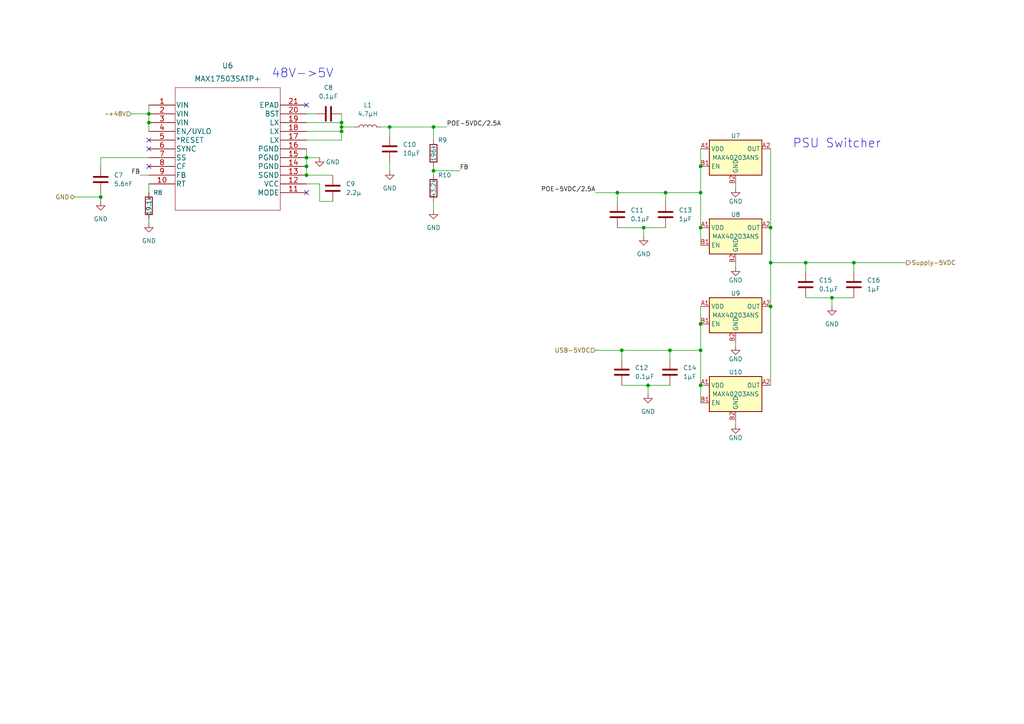
<source format=kicad_sch>
(kicad_sch (version 20211123) (generator eeschema)
  (paper "A4")
  (title_block (title "ModularDeck v1") (comment 1 "Board: PortsBoard") (comment 2 "Authors: Shantea Controls & Tim Nelson"))
  (lib_symbols
    (symbol "Device:C" (pin_numbers hide) (pin_names (offset 0.254))
      (property "Reference" "C" (at 0.635 2.54 0))
      (property "Value" "C" (at 0.635 -2.54 0))
      (symbol "C_0_1"
        (polyline (pts (xy -2.032 -0.762) (xy 2.032 -0.762)) (stroke (width 0.508)))
        (polyline (pts (xy -2.032 0.762) (xy 2.032 0.762)) (stroke (width 0.508)))
      )
      (symbol "C_1_1"
        (pin passive line (at 0 3.81 270) (length 2.794) (name "~") (number "1"))
        (pin passive line (at 0 -3.81 90) (length 2.794) (name "~") (number "2"))
      )
    )
    (symbol "Device:L" (pin_numbers hide) (pin_names (offset 1.016) hide)
      (property "Reference" "L" (at -1.27 0 90))
      (property "Value" "L" (at 1.905 0 90))
      (symbol "L_0_1"
        (arc (start 0 -2.54) (mid 0.635 -1.905) (end 0 -1.27))
        (arc (start 0 -1.27) (mid 0.635 -0.635) (end 0 0))
        (arc (start 0 0) (mid 0.635 0.635) (end 0 1.27))
        (arc (start 0 1.27) (mid 0.635 1.905) (end 0 2.54))
      )
      (symbol "L_1_1"
        (pin passive line (at 0 3.81 270) (length 1.27) (name "1") (number "1"))
        (pin passive line (at 0 -3.81 90) (length 1.27) (name "2") (number "2"))
      )
    )
    (symbol "Device:R" (pin_numbers hide) (pin_names (offset 0))
      (property "Reference" "R" (at 2.032 0 90))
      (property "Value" "R" (at 0 0 90))
      (symbol "R_0_1"
        (rectangle (start -1.016 -2.54) (end 1.016 2.54) (stroke (width 0.254)))
      )
      (symbol "R_1_1"
        (pin passive line (at 0 3.81 270) (length 1.27) (name "~") (number "1"))
        (pin passive line (at 0 -3.81 90) (length 1.27) (name "~") (number "2"))
      )
    )
    (symbol "ModularDeck_Library:MAX40203ANS"
      (property "Reference" "U" (at 7.62 1.27 0))
      (property "Value" "MAX40203ANS" (at 7.62 -5.08 0))
      (symbol "MAX40203ANS_0_1"
        (rectangle (start 0 -10.16) (end 15.24 0) (stroke (width 0.254)) (fill (type background)))
      )
      (symbol "MAX40203ANS_1_1"
        (pin power_in line (at -2.54 -2.54 0) (length 2.54) (name "VDD") (number "A1"))
        (pin passive line (at 17.78 -2.54 180) (length 2.54) (name "OUT") (number "A2"))
        (pin input line (at -2.54 -7.62 0) (length 2.54) (name "EN") (number "B1"))
        (pin power_in line (at 7.62 -12.7 90) (length 2.54) (name "GND") (number "B2"))
      )
    )
    (symbol "UltraLibrarian:MAX17503SATP+" (pin_names (offset 0.254))
      (property "Reference" "U" (at 22.86 10.16 0))
      (property "Value" "MAX17503SATP+" (at 22.86 7.62 0))
      (property "Datasheet" "https://www.analog.com/media/en/technical-documentation/data-sheets/MAX17503.pdf" (at 21.59 12.7 0))
      (symbol "MAX17503SATP+_1_1"
        (polyline (pts (xy 7.62 -30.48) (xy 38.1 -30.48)) (stroke (width 0.127)))
        (polyline (pts (xy 7.62 5.08) (xy 7.62 -30.48)) (stroke (width 0.127)))
        (polyline (pts (xy 38.1 -30.48) (xy 38.1 5.08)) (stroke (width 0.127)))
        (polyline (pts (xy 38.1 5.08) (xy 7.62 5.08)) (stroke (width 0.127)))
        (pin power_in line (at 0 0 0) (length 7.62) (name "VIN") (number "1"))
        (pin unspecified line (at 0 -22.86 0) (length 7.62) (name "RT") (number "10"))
        (pin unspecified line (at 45.72 -25.4 180) (length 7.62) (name "MODE") (number "11"))
        (pin power_out line (at 45.72 -22.86 180) (length 7.62) (name "VCC") (number "12"))
        (pin power_out line (at 45.72 -20.32 180) (length 7.62) (name "SGND") (number "13"))
        (pin power_in line (at 45.72 -17.78 180) (length 7.62) (name "PGND") (number "14"))
        (pin power_in line (at 45.72 -15.24 180) (length 7.62) (name "PGND") (number "15"))
        (pin power_in line (at 45.72 -12.7 180) (length 7.62) (name "PGND") (number "16"))
        (pin power_out line (at 45.72 -10.16 180) (length 7.62) (name "LX") (number "17"))
        (pin power_out line (at 45.72 -7.62 180) (length 7.62) (name "LX") (number "18"))
        (pin power_out line (at 45.72 -5.08 180) (length 7.62) (name "LX") (number "19"))
        (pin power_in line (at 0 -2.54 0) (length 7.62) (name "VIN") (number "2"))
        (pin unspecified line (at 45.72 -2.54 180) (length 7.62) (name "BST") (number "20"))
        (pin unspecified line (at 45.72 0 180) (length 7.62) (name "EPAD") (number "21"))
        (pin power_in line (at 0 -5.08 0) (length 7.62) (name "VIN") (number "3"))
        (pin unspecified line (at 0 -7.62 0) (length 7.62) (name "EN/UVLO") (number "4"))
        (pin unspecified line (at 0 -10.16 0) (length 7.62) (name "*RESET") (number "5"))
        (pin unspecified line (at 0 -12.7 0) (length 7.62) (name "SYNC") (number "6"))
        (pin unspecified line (at 0 -15.24 0) (length 7.62) (name "SS") (number "7"))
        (pin unspecified line (at 0 -17.78 0) (length 7.62) (name "CF") (number "8"))
        (pin unspecified line (at 0 -20.32 0) (length 7.62) (name "FB") (number "9"))
      )
    )
    (symbol "power:GND" (power) (pin_names (offset 0))
      (property "Value" "GND" (at 0 -3.81 0))
      (symbol "GND_0_1"
        (polyline (pts (xy 0 0) (xy 0 -1.27) (xy 1.27 -1.27) (xy 0 -2.54) (xy -1.27 -1.27) (xy 0 -1.27)))
      )
      (symbol "GND_1_1"
        (pin power_in line (at 0 0 270) (length 0) hide (name "GND") (number "1"))
      )
    )
  )
  (junction (at 247.65 76.2))
  (junction (at 203.2 101.6))
  (junction (at 186.69 66.04))
  (junction (at 113.03 36.83))
  (junction (at 88.9 50.8))
  (junction (at 187.96 111.76))
  (junction (at 125.73 36.83))
  (junction (at 88.9 48.26))
  (junction (at 203.2 48.26))
  (junction (at 194.31 101.6))
  (junction (at 43.18 33.02))
  (junction (at 43.18 35.56))
  (junction (at 99.06 36.83))
  (junction (at 241.3 86.36))
  (junction (at 29.21 57.15))
  (junction (at 179.07 55.88))
  (junction (at 88.9 45.72))
  (junction (at 203.2 93.98))
  (junction (at 193.04 55.88))
  (junction (at 203.2 55.88))
  (junction (at 99.06 38.1))
  (junction (at 99.06 35.56))
  (junction (at 233.68 76.2))
  (junction (at 125.73 49.53))
  (junction (at 203.2 111.76))
  (junction (at 223.52 76.2))
  (junction (at 180.34 101.6))
  (junction (at 223.52 88.9))
  (junction (at 203.2 66.04))
  (junction (at 223.52 66.04))
  (no_connect (at 88.9 55.88))
  (no_connect (at 43.18 43.18))
  (no_connect (at 43.18 40.64))
  (no_connect (at 43.18 48.26))
  (no_connect (at 88.9 30.48))
  (wire (pts (xy 88.9 35.56) (xy 99.06 35.56)))
  (wire (pts (xy 203.2 48.26) (xy 203.2 55.88)))
  (wire (pts (xy 88.9 50.8) (xy 96.52 50.8)))
  (wire (pts (xy 233.68 76.2) (xy 247.65 76.2)))
  (wire (pts (xy 180.34 111.76) (xy 187.96 111.76)))
  (wire (pts (xy 88.9 43.18) (xy 88.9 45.72)))
  (wire (pts (xy 247.65 76.2) (xy 247.65 78.74)))
  (wire (pts (xy 203.2 55.88) (xy 203.2 66.04)))
  (wire (pts (xy 92.71 58.42) (xy 96.52 58.42)))
  (wire (pts (xy 88.9 48.26) (xy 88.9 50.8)))
  (wire (pts (xy 179.07 66.04) (xy 186.69 66.04)))
  (wire (pts (xy 241.3 86.36) (xy 241.3 88.9)))
  (wire (pts (xy 38.1 33.02) (xy 43.18 33.02)))
  (wire (pts (xy 186.69 66.04) (xy 193.04 66.04)))
  (wire (pts (xy 88.9 40.64) (xy 99.06 40.64)))
  (wire (pts (xy 223.52 76.2) (xy 223.52 88.9)))
  (wire (pts (xy 194.31 101.6) (xy 194.31 104.14)))
  (wire (pts (xy 203.2 101.6) (xy 203.2 111.76)))
  (wire (pts (xy 125.73 36.83) (xy 129.54 36.83)))
  (wire (pts (xy 125.73 49.53) (xy 133.35 49.53)))
  (wire (pts (xy 92.71 53.34) (xy 92.71 58.42)))
  (wire (pts (xy 43.18 53.34) (xy 43.18 55.88)))
  (wire (pts (xy 247.65 76.2) (xy 262.89 76.2)))
  (wire (pts (xy 21.59 57.15) (xy 29.21 57.15)))
  (wire (pts (xy 43.18 30.48) (xy 43.18 33.02)))
  (wire (pts (xy 43.18 63.5) (xy 43.18 64.77)))
  (wire (pts (xy 113.03 36.83) (xy 110.49 36.83)))
  (wire (pts (xy 88.9 33.02) (xy 91.44 33.02)))
  (wire (pts (xy 125.73 36.83) (xy 113.03 36.83)))
  (wire (pts (xy 223.52 88.9) (xy 223.52 111.76)))
  (wire (pts (xy 29.21 57.15) (xy 29.21 58.42)))
  (wire (pts (xy 43.18 35.56) (xy 43.18 38.1)))
  (wire (pts (xy 88.9 38.1) (xy 99.06 38.1)))
  (wire (pts (xy 43.18 33.02) (xy 43.18 35.56)))
  (wire (pts (xy 29.21 45.72) (xy 29.21 48.26)))
  (wire (pts (xy 99.06 36.83) (xy 99.06 35.56)))
  (wire (pts (xy 213.36 76.2) (xy 213.36 77.47)))
  (wire (pts (xy 43.18 45.72) (xy 29.21 45.72)))
  (wire (pts (xy 223.52 43.18) (xy 223.52 66.04)))
  (wire (pts (xy 172.72 101.6) (xy 180.34 101.6)))
  (wire (pts (xy 99.06 40.64) (xy 99.06 38.1)))
  (wire (pts (xy 88.9 45.72) (xy 92.71 45.72)))
  (wire (pts (xy 113.03 39.37) (xy 113.03 36.83)))
  (wire (pts (xy 40.64 50.8) (xy 43.18 50.8)))
  (wire (pts (xy 179.07 55.88) (xy 172.72 55.88)))
  (wire (pts (xy 241.3 86.36) (xy 247.65 86.36)))
  (wire (pts (xy 203.2 88.9) (xy 203.2 93.98)))
  (wire (pts (xy 194.31 101.6) (xy 203.2 101.6)))
  (wire (pts (xy 203.2 66.04) (xy 203.2 71.12)))
  (wire (pts (xy 125.73 48.26) (xy 125.73 49.53)))
  (wire (pts (xy 180.34 101.6) (xy 194.31 101.6)))
  (wire (pts (xy 203.2 111.76) (xy 203.2 116.84)))
  (wire (pts (xy 213.36 99.06) (xy 213.36 100.33)))
  (wire (pts (xy 213.36 53.34) (xy 213.36 54.61)))
  (wire (pts (xy 186.69 66.04) (xy 186.69 68.58)))
  (wire (pts (xy 99.06 38.1) (xy 99.06 36.83)))
  (wire (pts (xy 99.06 35.56) (xy 99.06 33.02)))
  (wire (pts (xy 99.06 36.83) (xy 102.87 36.83)))
  (wire (pts (xy 125.73 40.64) (xy 125.73 36.83)))
  (wire (pts (xy 233.68 76.2) (xy 233.68 78.74)))
  (wire (pts (xy 193.04 55.88) (xy 193.04 58.42)))
  (wire (pts (xy 88.9 53.34) (xy 92.71 53.34)))
  (wire (pts (xy 203.2 43.18) (xy 203.2 48.26)))
  (wire (pts (xy 125.73 58.42) (xy 125.73 60.96)))
  (wire (pts (xy 29.21 55.88) (xy 29.21 57.15)))
  (wire (pts (xy 187.96 111.76) (xy 194.31 111.76)))
  (wire (pts (xy 88.9 45.72) (xy 88.9 48.26)))
  (wire (pts (xy 193.04 55.88) (xy 179.07 55.88)))
  (wire (pts (xy 180.34 101.6) (xy 180.34 104.14)))
  (wire (pts (xy 203.2 55.88) (xy 193.04 55.88)))
  (wire (pts (xy 223.52 66.04) (xy 223.52 76.2)))
  (wire (pts (xy 113.03 46.99) (xy 113.03 49.53)))
  (wire (pts (xy 179.07 55.88) (xy 179.07 58.42)))
  (wire (pts (xy 213.36 121.92) (xy 213.36 123.19)))
  (wire (pts (xy 233.68 86.36) (xy 241.3 86.36)))
  (wire (pts (xy 203.2 93.98) (xy 203.2 101.6)))
  (wire (pts (xy 125.73 49.53) (xy 125.73 50.8)))
  (wire (pts (xy 223.52 76.2) (xy 233.68 76.2)))
  (wire (pts (xy 187.96 111.76) (xy 187.96 114.3)))
  (text "PSU Switcher" (at 229.87 43.18 0) (effects (font (size 2.54 2.54)) (justify left bottom)))
  (text "48V->5V" (at 78.74 22.86 0) (effects (font (size 2.54 2.54)) (justify left bottom)))
  (label "POE-5VDC{slash}2.5A" (at 129.54 36.83 0))
  (label "FB" (at 40.64 50.8 180))
  (label "POE-5VDC{slash}2.5A" (at 172.72 55.88 180))
  (label "FB" (at 133.35 49.53 0))
  (hierarchical_label "~+48V" (shape input) (at 38.1 33.02 180))
  (hierarchical_label "Supply-5VDC" (shape output) (at 262.89 76.2 0))
  (hierarchical_label "GND" (shape bidirectional) (at 21.59 57.15 180))
  (hierarchical_label "USB-5VDC" (shape input) (at 172.72 101.6 180))
  (symbol (lib_id "Device:C") (at 179.07 62.23 0) (unit 1)
    (property "Reference" "C11" (at 182.88 60.9599 0) (effects (justify left)))
    (property "Value" "0.1μF" (at 182.88 63.4999 0) (effects (justify left)))
  )
  (symbol (lib_id "Device:L") (at 106.68 36.83 90) (unit 1)
    (property "Reference" "L1" (at 106.68 30.48 90))
    (property "Value" "4.7μH" (at 106.68 33.02 90))
  )
  (symbol (lib_id "Device:R") (at 43.18 59.69 0) (unit 1)
    (property "Reference" "R8" (at 44.45 55.88 0) (effects (justify left)))
    (property "Value" "19.1k" (at 43.18 59.69 90))
  )
  (symbol (lib_id "Device:C") (at 113.03 43.18 0) (unit 1)
    (property "Reference" "C10" (at 116.84 41.9099 0) (effects (justify left)))
    (property "Value" "10μF" (at 116.84 44.4499 0) (effects (justify left)))
  )
  (symbol (lib_id "Device:C") (at 95.25 33.02 90) (unit 1)
    (property "Reference" "C8" (at 95.25 25.4 90))
    (property "Value" "0.1μF" (at 95.25 27.94 90))
  )
  (symbol (lib_id "Device:C") (at 96.52 54.61 0) (unit 1)
    (property "Reference" "C9" (at 100.33 53.3399 0) (effects (justify left)))
    (property "Value" "2.2μ" (at 100.33 55.8799 0) (effects (justify left)))
  )
  (symbol (lib_id "power:GND") (at 186.69 68.58 0) (unit 1)
    (property "Reference" "#PWR0126" (effects hide))
    (property "Value" "GND" (at 186.69 73.66 0))
  )
  (symbol (lib_id "ModularDeck_Library:MAX40203ANS") (at 205.74 86.36 0) (unit 1)
    (property "Reference" "U9" (at 213.36 85.09 0))
    (property "Value" "MAX40203ANS" (at 213.36 91.44 0))
    (property "Footprint" "Package_BGA:WLP-4_0.73x0.73mm_Layout2x2_P0.35mm_Ball0.22mm_Pad0.2mm_NSMD" (effects hide))
    (property "Datasheet" "https://www.farnell.com/datasheets/2711013.pdf" (effects hide))
  )
  (symbol (lib_id "power:GND") (at 92.71 45.72 0) (unit 1)
    (property "Reference" "#PWR0121" (effects hide))
    (property "Value" "GND" (at 96.52 46.99 0))
  )
  (symbol (lib_id "Device:C") (at 233.68 82.55 0) (unit 1)
    (property "Reference" "C15" (at 237.49 81.2799 0) (effects (justify left)))
    (property "Value" "0.1μF" (at 237.49 83.8199 0) (effects (justify left)))
  )
  (symbol (lib_id "Device:R") (at 125.73 54.61 0) (unit 1)
    (property "Reference" "R10" (at 127 50.8 0) (effects (justify left)))
    (property "Value" "43.2k" (at 125.73 54.61 90))
  )
  (symbol (lib_id "power:GND") (at 113.03 49.53 0) (unit 1)
    (property "Reference" "#PWR0122" (effects hide))
    (property "Value" "GND" (at 113.03 54.61 0))
  )
  (symbol (lib_id "power:GND") (at 213.36 100.33 0) (unit 1)
    (property "Reference" "#PWR0127" (effects hide))
    (property "Value" "GND" (at 213.36 104.14 0))
  )
  (symbol (lib_id "power:GND") (at 125.73 60.96 0) (unit 1)
    (property "Reference" "#PWR0123" (effects hide))
    (property "Value" "GND" (at 125.73 66.04 0))
  )
  (symbol (lib_id "Device:C") (at 247.65 82.55 0) (unit 1)
    (property "Reference" "C16" (at 251.46 81.2799 0) (effects (justify left)))
    (property "Value" "1μF" (at 251.46 83.8199 0) (effects (justify left)))
  )
  (symbol (lib_id "ModularDeck_Library:MAX40203ANS") (at 205.74 109.22 0) (unit 1)
    (property "Reference" "U10" (at 213.36 107.95 0))
    (property "Value" "MAX40203ANS" (at 213.36 114.3 0))
    (property "Footprint" "Package_BGA:WLP-4_0.73x0.73mm_Layout2x2_P0.35mm_Ball0.22mm_Pad0.2mm_NSMD" (effects hide))
    (property "Datasheet" "https://www.farnell.com/datasheets/2711013.pdf" (effects hide))
  )
  (symbol (lib_id "UltraLibrarian:MAX17503SATP+") (at 43.18 30.48 0) (unit 1)
    (property "Reference" "U6" (at 66.04 19.05 0) (effects (font (size 1.524 1.524))))
    (property "Value" "MAX17503SATP+" (at 66.04 22.86 0) (effects (font (size 1.524 1.524))))
    (property "Footprint" "21-100172_T2044+4C_MXM" (effects hide))
    (property "Datasheet" "https://www.analog.com/media/en/technical-documentation/data-sheets/MAX17503.pdf" (effects hide))
  )
  (symbol (lib_id "Device:C") (at 180.34 107.95 0) (unit 1)
    (property "Reference" "C12" (at 184.15 106.6799 0) (effects (justify left)))
    (property "Value" "0.1μF" (at 184.15 109.2199 0) (effects (justify left)))
  )
  (symbol (lib_id "power:GND") (at 241.3 88.9 0) (unit 1)
    (property "Reference" "#PWR0132" (effects hide))
    (property "Value" "GND" (at 241.3 93.98 0))
  )
  (symbol (lib_id "ModularDeck_Library:MAX40203ANS") (at 205.74 40.64 0) (unit 1)
    (property "Reference" "U7" (at 213.36 39.37 0))
    (property "Value" "MAX40203ANS" (at 213.36 45.72 0))
    (property "Footprint" "Package_BGA:WLP-4_0.73x0.73mm_Layout2x2_P0.35mm_Ball0.22mm_Pad0.2mm_NSMD" (effects hide))
    (property "Datasheet" "https://www.farnell.com/datasheets/2711013.pdf" (effects hide))
  )
  (symbol (lib_id "Device:C") (at 194.31 107.95 0) (unit 1)
    (property "Reference" "C14" (at 198.12 106.6799 0) (effects (justify left)))
    (property "Value" "1μF" (at 198.12 109.2199 0) (effects (justify left)))
  )
  (symbol (lib_id "Device:C") (at 193.04 62.23 0) (unit 1)
    (property "Reference" "C13" (at 196.85 60.9599 0) (effects (justify left)))
    (property "Value" "1μF" (at 196.85 63.4999 0) (effects (justify left)))
  )
  (symbol (lib_id "power:GND") (at 187.96 114.3 0) (unit 1)
    (property "Reference" "#PWR0129" (effects hide))
    (property "Value" "GND" (at 187.96 119.38 0))
  )
  (symbol (lib_id "power:GND") (at 29.21 58.42 0) (unit 1)
    (property "Reference" "#PWR0124" (effects hide))
    (property "Value" "GND" (at 29.21 63.5 0))
  )
  (symbol (lib_id "power:GND") (at 213.36 77.47 0) (unit 1)
    (property "Reference" "#PWR0130" (effects hide))
    (property "Value" "GND" (at 213.36 81.28 0))
  )
  (symbol (lib_id "power:GND") (at 213.36 54.61 0) (unit 1)
    (property "Reference" "#PWR0131" (effects hide))
    (property "Value" "GND" (at 213.36 58.42 0))
  )
  (symbol (lib_id "Device:C") (at 29.21 52.07 0) (unit 1)
    (property "Reference" "C7" (at 33.02 50.7999 0) (effects (justify left)))
    (property "Value" "5.6nF" (at 33.02 53.3399 0) (effects (justify left)))
  )
  (symbol (lib_id "power:GND") (at 43.18 64.77 0) (unit 1)
    (property "Reference" "#PWR0125" (effects hide))
    (property "Value" "GND" (at 43.18 69.85 0))
  )
  (symbol (lib_id "ModularDeck_Library:MAX40203ANS") (at 205.74 63.5 0) (unit 1)
    (property "Reference" "U8" (at 213.36 62.23 0))
    (property "Value" "MAX40203ANS" (at 213.36 68.58 0))
    (property "Footprint" "Package_BGA:WLP-4_0.73x0.73mm_Layout2x2_P0.35mm_Ball0.22mm_Pad0.2mm_NSMD" (effects hide))
    (property "Datasheet" "https://www.farnell.com/datasheets/2711013.pdf" (effects hide))
  )
  (symbol (lib_id "power:GND") (at 213.36 123.19 0) (unit 1)
    (property "Reference" "#PWR0128" (effects hide))
    (property "Value" "GND" (at 213.36 127 0))
  )
  (symbol (lib_id "Device:R") (at 125.73 44.45 0) (unit 1)
    (property "Reference" "R9" (at 127 40.64 0) (effects (justify left)))
    (property "Value" "196k" (at 125.73 44.45 90))
  )
)
</source>
